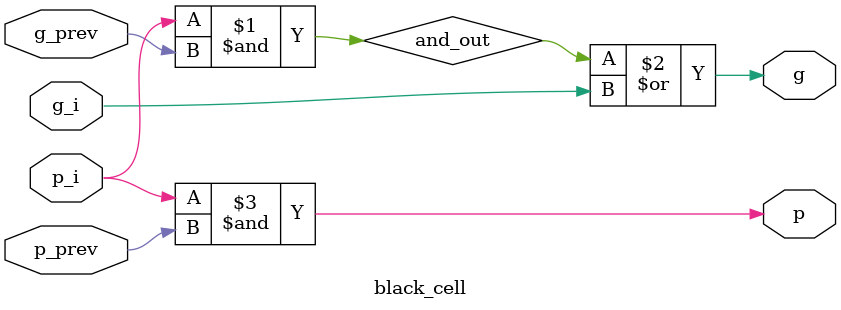
<source format=v>

module black_cell(
    input p_i,
    input g_i,

    input p_prev,
    input g_prev,

    output p,
    output g
);

wire and_out;
assign and_out = p_i & g_prev;

assign g = and_out | g_i;
assign p = p_i & p_prev;


endmodule
</source>
